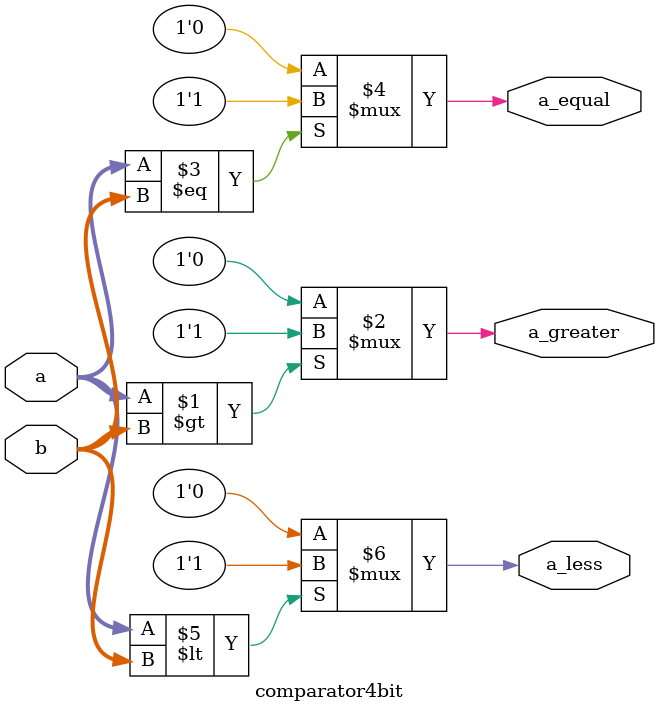
<source format=v>
module comparator4bit(

    input  wire [3:0] a,
    input  wire [3:0] b,
    output wire a_greater,
    output wire a_equal,
    output wire a_less
);

    assign a_greater = (a>b) ? 1'b1 : 1'b0;
    assign a_equal   = (a==b) ? 1'b1 : 1'b0;
    assign a_less    = (a<b) ? 1'b1 : 1'b0;


endmodule

</source>
